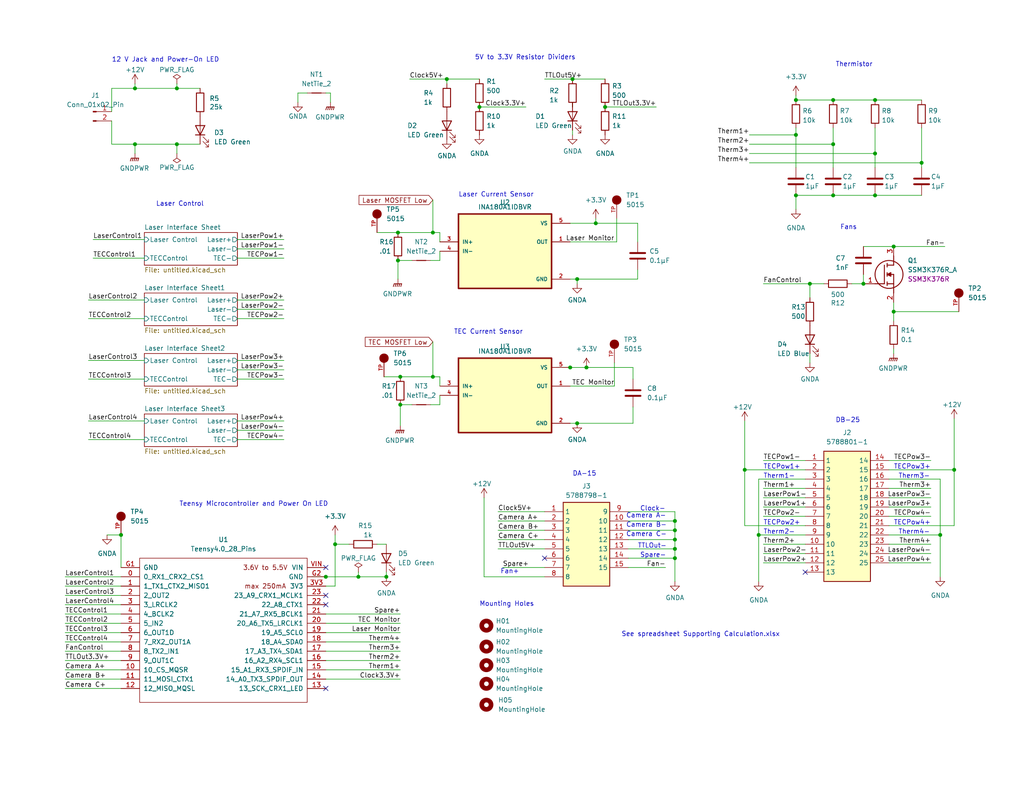
<source format=kicad_sch>
(kicad_sch (version 20230121) (generator eeschema)
  (paper "USLetter")
  (title_block (title "HSHS Interface Board v 0110C") (date "2024-02-29") (rev "NT-0110A") (company "Numentus Technologies"))
  (junction (at 260.35 128.27))
  (junction (at 203.2 128.27))
  (junction (at 109.22 110.49))
  (junction (at 184.15 147.32))
  (junction (at 217.17 36.83))
  (junction (at 227.33 39.37))
  (junction (at 165.1 29.21))
  (junction (at 238.76 41.91))
  (junction (at 238.76 53.34))
  (junction (at 157.48 76.2))
  (junction (at 155.575 100.33))
  (junction (at 217.17 53.34))
  (junction (at 33.02 146.05))
  (junction (at 36.83 24.13))
  (junction (at 207.01 146.05))
  (junction (at 217.17 27.305))
  (junction (at 91.44 148.59))
  (junction (at 36.83 39.37))
  (junction (at 118.11 63.5))
  (junction (at 108.585 63.5))
  (junction (at 157.48 115.57))
  (junction (at 184.15 142.24))
  (junction (at 88.9 157.48))
  (junction (at 251.46 44.45))
  (junction (at 109.22 102.87))
  (junction (at 162.56 60.96))
  (junction (at 118.11 102.87))
  (junction (at 184.15 149.86))
  (junction (at 220.98 77.47))
  (junction (at 48.26 39.37))
  (junction (at 184.15 152.4))
  (junction (at 121.92 21.59))
  (junction (at 235.585 77.47))
  (junction (at 97.79 157.48))
  (junction (at 108.585 71.12))
  (junction (at 160.02 100.33))
  (junction (at 105.41 157.48))
  (junction (at 227.33 53.34))
  (junction (at 256.54 146.05))
  (junction (at 238.76 27.305))
  (junction (at 130.81 29.21))
  (junction (at 156.21 21.59))
  (junction (at 184.15 144.78))
  (junction (at 243.84 85.09))
  (junction (at 227.33 27.305))
  (junction (at 48.26 24.13))
  (junction (at 243.84 67.31))
  (no_connect (at 88.9 162.56))
  (no_connect (at 88.9 187.96))
  (no_connect (at 148.59 152.4))
  (no_connect (at 219.71 156.21))
  (no_connect (at 88.9 165.1))
  (no_connect (at 88.9 154.94))
  (wire (pts (xy 109.22 102.87) (xy 118.11 102.87)))
  (wire (pts (xy 33.02 182.88) (xy 17.78 182.88)))
  (wire (pts (xy 64.77 100.965) (xy 77.47 100.965)))
  (wire (pts (xy 238.76 34.925) (xy 238.76 41.91)))
  (wire (pts (xy 36.83 39.37) (xy 36.83 41.91)))
  (wire (pts (xy 33.02 167.64) (xy 17.78 167.64)))
  (wire (pts (xy 64.77 84.455) (xy 77.47 84.455)))
  (wire (pts (xy 91.44 146.05) (xy 91.44 148.59)))
  (wire (pts (xy 48.26 24.13) (xy 54.61 24.13)))
  (wire (pts (xy 64.77 103.505) (xy 77.47 103.505)))
  (wire (pts (xy 251.46 44.45) (xy 251.46 45.72)))
  (wire (pts (xy 30.48 39.37) (xy 36.83 39.37)))
  (wire (pts (xy 208.28 77.47) (xy 220.98 77.47)))
  (wire (pts (xy 256.54 146.05) (xy 256.54 157.48)))
  (wire (pts (xy 260.35 128.27) (xy 260.35 143.51)))
  (wire (pts (xy 171.45 139.7) (xy 184.15 139.7)))
  (wire (pts (xy 204.47 36.83) (xy 217.17 36.83)))
  (wire (pts (xy 135.89 144.78) (xy 148.59 144.78)))
  (wire (pts (xy 33.02 157.48) (xy 17.78 157.48)))
  (wire (pts (xy 184.15 152.4) (xy 184.15 158.75)))
  (wire (pts (xy 121.92 21.59) (xy 130.81 21.59)))
  (wire (pts (xy 33.02 177.8) (xy 17.78 177.8)))
  (wire (pts (xy 64.77 67.945) (xy 77.47 67.945)))
  (wire (pts (xy 117.475 110.49) (xy 120.015 110.49)))
  (wire (pts (xy 135.89 147.32) (xy 148.59 147.32)))
  (wire (pts (xy 238.76 27.305) (xy 227.33 27.305)))
  (wire (pts (xy 91.44 160.02) (xy 91.44 148.59)))
  (wire (pts (xy 171.45 142.24) (xy 184.15 142.24)))
  (wire (pts (xy 64.77 65.405) (xy 77.47 65.405)))
  (wire (pts (xy 36.83 24.13) (xy 30.48 24.13)))
  (wire (pts (xy 232.41 77.47) (xy 235.585 77.47)))
  (wire (pts (xy 120.015 71.12) (xy 117.475 71.12)))
  (wire (pts (xy 242.57 153.67) (xy 254 153.67)))
  (wire (pts (xy 208.28 133.35) (xy 219.71 133.35)))
  (wire (pts (xy 120.015 66.04) (xy 120.015 63.5)))
  (wire (pts (xy 88.9 157.48) (xy 97.79 157.48)))
  (wire (pts (xy 135.89 139.7) (xy 148.59 139.7)))
  (wire (pts (xy 120.015 71.12) (xy 120.015 68.58)))
  (wire (pts (xy 105.41 156.21) (xy 105.41 157.48)))
  (wire (pts (xy 88.9 175.26) (xy 109.22 175.26)))
  (wire (pts (xy 33.02 162.56) (xy 17.78 162.56)))
  (wire (pts (xy 88.9 172.72) (xy 109.22 172.72)))
  (wire (pts (xy 88.9 180.34) (xy 109.22 180.34)))
  (wire (pts (xy 88.9 167.64) (xy 109.22 167.64)))
  (wire (pts (xy 155.575 76.2) (xy 157.48 76.2)))
  (wire (pts (xy 132.08 157.48) (xy 148.59 157.48)))
  (wire (pts (xy 235.585 77.47) (xy 236.22 77.47)))
  (wire (pts (xy 120.015 105.41) (xy 120.015 102.87)))
  (wire (pts (xy 157.48 76.2) (xy 157.48 77.47)))
  (wire (pts (xy 242.57 140.97) (xy 254 140.97)))
  (wire (pts (xy 184.15 144.78) (xy 184.15 147.32)))
  (wire (pts (xy 30.48 24.13) (xy 30.48 30.48)))
  (wire (pts (xy 36.83 39.37) (xy 48.26 39.37)))
  (wire (pts (xy 162.56 60.96) (xy 173.99 60.96)))
  (wire (pts (xy 81.28 25.4) (xy 81.28 27.94)))
  (wire (pts (xy 203.2 128.27) (xy 219.71 128.27)))
  (wire (pts (xy 242.57 138.43) (xy 254 138.43)))
  (wire (pts (xy 25.4 65.405) (xy 39.37 65.405)))
  (wire (pts (xy 243.84 95.25) (xy 243.84 96.52)))
  (wire (pts (xy 184.15 147.32) (xy 184.15 149.86)))
  (wire (pts (xy 172.72 100.33) (xy 172.72 103.505)))
  (wire (pts (xy 33.02 187.96) (xy 17.78 187.96)))
  (wire (pts (xy 227.33 53.34) (xy 217.17 53.34)))
  (wire (pts (xy 235.585 67.31) (xy 243.84 67.31)))
  (wire (pts (xy 242.57 133.35) (xy 254 133.35)))
  (wire (pts (xy 156.21 35.56) (xy 156.21 36.83)))
  (wire (pts (xy 135.89 142.24) (xy 148.59 142.24)))
  (wire (pts (xy 208.28 153.67) (xy 219.71 153.67)))
  (wire (pts (xy 171.45 152.4) (xy 184.15 152.4)))
  (wire (pts (xy 227.33 27.305) (xy 217.17 27.305)))
  (wire (pts (xy 157.48 76.2) (xy 173.99 76.2)))
  (wire (pts (xy 108.585 71.12) (xy 108.585 76.2)))
  (wire (pts (xy 251.46 27.305) (xy 238.76 27.305)))
  (wire (pts (xy 111.76 21.59) (xy 121.92 21.59)))
  (wire (pts (xy 207.01 130.81) (xy 219.71 130.81)))
  (wire (pts (xy 24.13 86.995) (xy 39.37 86.995)))
  (wire (pts (xy 24.13 98.425) (xy 39.37 98.425)))
  (wire (pts (xy 64.77 117.475) (xy 77.47 117.475)))
  (wire (pts (xy 156.21 29.21) (xy 156.21 27.94)))
  (wire (pts (xy 48.26 39.37) (xy 48.26 41.91)))
  (wire (pts (xy 243.84 67.31) (xy 257.81 67.31)))
  (wire (pts (xy 102.87 63.5) (xy 108.585 63.5)))
  (wire (pts (xy 120.015 110.49) (xy 120.015 107.95)))
  (wire (pts (xy 33.02 175.26) (xy 17.78 175.26)))
  (wire (pts (xy 85.09 157.48) (xy 88.9 157.48)))
  (wire (pts (xy 251.46 34.925) (xy 251.46 44.45)))
  (wire (pts (xy 36.83 22.86) (xy 36.83 24.13)))
  (wire (pts (xy 25.4 70.485) (xy 39.37 70.485)))
  (wire (pts (xy 33.02 165.1) (xy 17.78 165.1)))
  (wire (pts (xy 238.76 53.34) (xy 251.46 53.34)))
  (wire (pts (xy 207.01 146.05) (xy 219.71 146.05)))
  (wire (pts (xy 155.575 60.96) (xy 162.56 60.96)))
  (wire (pts (xy 24.13 81.915) (xy 39.37 81.915)))
  (wire (pts (xy 64.77 120.015) (xy 77.47 120.015)))
  (wire (pts (xy 204.47 41.91) (xy 238.76 41.91)))
  (wire (pts (xy 242.57 125.73) (xy 254 125.73)))
  (wire (pts (xy 227.33 39.37) (xy 204.47 39.37)))
  (wire (pts (xy 17.78 180.34) (xy 33.02 180.34)))
  (wire (pts (xy 48.26 39.37) (xy 54.61 39.37)))
  (wire (pts (xy 220.98 77.47) (xy 224.79 77.47)))
  (wire (pts (xy 155.575 105.41) (xy 167.64 105.41)))
  (wire (pts (xy 33.02 170.18) (xy 17.78 170.18)))
  (wire (pts (xy 208.28 151.13) (xy 219.71 151.13)))
  (wire (pts (xy 203.2 128.27) (xy 203.2 143.51)))
  (wire (pts (xy 208.28 125.73) (xy 219.71 125.73)))
  (wire (pts (xy 109.22 185.42) (xy 88.9 185.42)))
  (wire (pts (xy 97.79 157.48) (xy 105.41 157.48)))
  (wire (pts (xy 135.89 149.86) (xy 148.59 149.86)))
  (wire (pts (xy 118.11 93.345) (xy 118.11 102.87)))
  (wire (pts (xy 208.28 140.97) (xy 219.71 140.97)))
  (wire (pts (xy 184.15 149.86) (xy 184.15 152.4)))
  (wire (pts (xy 88.9 177.8) (xy 109.22 177.8)))
  (wire (pts (xy 235.585 74.93) (xy 235.585 77.47)))
  (wire (pts (xy 30.48 39.37) (xy 30.48 33.02)))
  (wire (pts (xy 217.17 26.035) (xy 217.17 27.305)))
  (wire (pts (xy 108.585 71.12) (xy 112.395 71.12)))
  (wire (pts (xy 220.98 96.52) (xy 220.98 99.06)))
  (wire (pts (xy 33.02 185.42) (xy 17.78 185.42)))
  (wire (pts (xy 24.13 120.015) (xy 39.37 120.015)))
  (wire (pts (xy 155.575 100.33) (xy 160.02 100.33)))
  (wire (pts (xy 121.92 21.59) (xy 121.92 22.86)))
  (wire (pts (xy 118.11 54.61) (xy 118.11 63.5)))
  (wire (pts (xy 171.45 154.94) (xy 181.61 154.94)))
  (wire (pts (xy 217.17 57.15) (xy 217.17 53.34)))
  (wire (pts (xy 242.57 135.89) (xy 254 135.89)))
  (wire (pts (xy 171.45 149.86) (xy 184.15 149.86)))
  (wire (pts (xy 242.57 128.27) (xy 260.35 128.27)))
  (wire (pts (xy 155.575 115.57) (xy 157.48 115.57)))
  (wire (pts (xy 88.9 25.4) (xy 90.17 25.4)))
  (wire (pts (xy 120.015 102.87) (xy 118.11 102.87)))
  (wire (pts (xy 64.77 70.485) (xy 77.47 70.485)))
  (wire (pts (xy 81.28 25.4) (xy 83.82 25.4)))
  (wire (pts (xy 33.02 160.02) (xy 17.78 160.02)))
  (wire (pts (xy 109.22 110.49) (xy 112.395 110.49)))
  (wire (pts (xy 132.08 135.89) (xy 132.08 157.48)))
  (wire (pts (xy 130.81 29.21) (xy 143.51 29.21)))
  (wire (pts (xy 260.35 114.3) (xy 260.35 128.27)))
  (wire (pts (xy 48.26 22.86) (xy 48.26 24.13)))
  (wire (pts (xy 242.57 130.81) (xy 256.54 130.81)))
  (wire (pts (xy 242.57 151.13) (xy 254 151.13)))
  (wire (pts (xy 204.47 44.45) (xy 251.46 44.45)))
  (wire (pts (xy 102.87 148.59) (xy 105.41 148.59)))
  (wire (pts (xy 208.28 148.59) (xy 219.71 148.59)))
  (wire (pts (xy 172.72 115.57) (xy 172.72 111.125)))
  (wire (pts (xy 184.15 139.7) (xy 184.15 142.24)))
  (wire (pts (xy 208.28 135.89) (xy 219.71 135.89)))
  (wire (pts (xy 33.02 172.72) (xy 17.78 172.72)))
  (wire (pts (xy 36.83 24.13) (xy 48.26 24.13)))
  (wire (pts (xy 109.22 116.205) (xy 109.22 110.49)))
  (wire (pts (xy 243.84 85.09) (xy 261.62 85.09)))
  (wire (pts (xy 151.765 100.33) (xy 155.575 100.33)))
  (wire (pts (xy 173.99 66.04) (xy 173.99 60.96)))
  (wire (pts (xy 238.76 45.72) (xy 238.76 41.91)))
  (wire (pts (xy 220.98 77.47) (xy 220.98 81.28)))
  (wire (pts (xy 243.84 85.09) (xy 243.84 87.63)))
  (wire (pts (xy 137.16 154.94) (xy 148.59 154.94)))
  (wire (pts (xy 88.9 170.18) (xy 109.22 170.18)))
  (wire (pts (xy 171.45 147.32) (xy 184.15 147.32)))
  (wire (pts (xy 104.775 102.87) (xy 109.22 102.87)))
  (wire (pts (xy 148.59 21.59) (xy 156.21 21.59)))
  (wire (pts (xy 238.76 53.34) (xy 227.33 53.34)))
  (wire (pts (xy 64.77 114.935) (xy 77.47 114.935)))
  (wire (pts (xy 203.2 114.935) (xy 203.2 128.27)))
  (wire (pts (xy 108.585 63.5) (xy 118.11 63.5)))
  (wire (pts (xy 97.79 156.21) (xy 97.79 157.48)))
  (wire (pts (xy 118.11 63.5) (xy 120.015 63.5)))
  (wire (pts (xy 242.57 143.51) (xy 260.35 143.51)))
  (wire (pts (xy 156.21 21.59) (xy 165.1 21.59)))
  (wire (pts (xy 155.575 66.04) (xy 168.275 66.04)))
  (wire (pts (xy 217.17 45.72) (xy 217.17 36.83)))
  (wire (pts (xy 208.28 138.43) (xy 219.71 138.43)))
  (wire (pts (xy 168.275 66.04) (xy 168.275 59.69)))
  (wire (pts (xy 64.77 86.995) (xy 77.47 86.995)))
  (wire (pts (xy 91.44 148.59) (xy 95.25 148.59)))
  (wire (pts (xy 33.02 146.05) (xy 33.02 154.94)))
  (wire (pts (xy 242.57 148.59) (xy 254 148.59)))
  (wire (pts (xy 64.77 81.915) (xy 77.47 81.915)))
  (wire (pts (xy 171.45 144.78) (xy 184.15 144.78)))
  (wire (pts (xy 157.48 115.57) (xy 172.72 115.57)))
  (wire (pts (xy 165.1 29.21) (xy 179.07 29.21)))
  (wire (pts (xy 227.33 34.925) (xy 227.33 39.37)))
  (wire (pts (xy 90.17 25.4) (xy 90.17 27.94)))
  (wire (pts (xy 29.21 146.05) (xy 33.02 146.05)))
  (wire (pts (xy 88.9 160.02) (xy 91.44 160.02)))
  (wire (pts (xy 173.99 76.2) (xy 173.99 73.66)))
  (wire (pts (xy 207.01 130.81) (xy 207.01 146.05)))
  (wire (pts (xy 24.13 103.505) (xy 39.37 103.505)))
  (wire (pts (xy 64.77 98.425) (xy 77.47 98.425)))
  (wire (pts (xy 184.15 142.24) (xy 184.15 144.78)))
  (wire (pts (xy 203.2 143.51) (xy 219.71 143.51)))
  (wire (pts (xy 167.64 105.41) (xy 167.64 99.06)))
  (wire (pts (xy 243.84 85.09) (xy 243.84 82.55)))
  (wire (pts (xy 160.02 100.33) (xy 172.72 100.33)))
  (wire (pts (xy 256.54 130.81) (xy 256.54 146.05)))
  (wire (pts (xy 24.13 114.935) (xy 39.37 114.935)))
  (wire (pts (xy 162.56 59.69) (xy 162.56 60.96)))
  (wire (pts (xy 227.33 45.72) (xy 227.33 39.37)))
  (wire (pts (xy 207.01 146.05) (xy 207.01 158.75)))
  (wire (pts (xy 217.17 34.925) (xy 217.17 36.83)))
  (wire (pts (xy 88.9 182.88) (xy 109.22 182.88)))
  (wire (pts (xy 242.57 146.05) (xy 256.54 146.05)))
  (text "Camera A-" (at 170.815 141.605 0) (effects (font (size 1.27 1.27)) (justify left bottom)))
  (text "Therm3-" (at 245.11 130.81 0) (effects (font (size 1.27 1.27)) (justify left bottom)))
  (text "DA-15" (at 156.21 130.175 0) (effects (font (size 1.27 1.27)) (justify left bottom)))
  (text "Spare-" (at 174.625 152.4 0) (effects (font (size 1.27 1.27)) (justify left bottom)))
  (text "Laser Current Sensor" (at 125.095 53.975 0) (effects (font (size 1.27 1.27)) (justify left bottom)))
  (text "See spreadsheet Supporting Calculation.xlsx" (at 169.545 173.99 0) (effects (font (size 1.27 1.27)) (justify left bottom)))
  (text "TEC Current Sensor" (at 123.825 91.44 0) (effects (font (size 1.27 1.27)) (justify left bottom)))
  (text "DB-25" (at 227.965 115.57 0) (effects (font (size 1.27 1.27)) (justify left bottom)))
  (text "TECPow1+" (at 208.28 128.27 0) (effects (font (size 1.27 1.27)) (justify left bottom)))
  (text "Therm1-" (at 208.28 130.81 0) (effects (font (size 1.27 1.27)) (justify left bottom)))
  (text "TTLOut-" (at 173.99 149.86 0) (effects (font (size 1.27 1.27)) (justify left bottom)))
  (text "Therm4-" (at 245.11 146.05 0) (effects (font (size 1.27 1.27)) (justify left bottom)))
  (text "TECPow2+" (at 208.28 143.51 0) (effects (font (size 1.27 1.27)) (justify left bottom)))
  (text "5V to 3.3V Resistor Dividers" (at 129.54 16.51 0) (effects (font (size 1.27 1.27)) (justify left bottom)))
  (text "Fan+" (at 136.525 156.845 0) (effects (font (size 1.27 1.27)) (justify left bottom)))
  (text "Camera B-" (at 170.815 144.145 0) (effects (font (size 1.27 1.27)) (justify left bottom)))
  (text "Thermistor" (at 227.965 18.415 0) (effects (font (size 1.27 1.27)) (justify left bottom)))
  (text "Fans" (at 229.235 62.865 0) (effects (font (size 1.27 1.27)) (justify left bottom)))
  (text "Laser Control" (at 42.545 56.515 0) (effects (font (size 1.27 1.27)) (justify left bottom)))
  (text "TECPow3+" (at 243.84 128.27 0) (effects (font (size 1.27 1.27)) (justify left bottom)))
  (text "Camera C-" (at 170.815 146.685 0) (effects (font (size 1.27 1.27)) (justify left bottom)))
  (text "Teensy Microcontroller and Power On LED" (at 48.895 138.43 0) (effects (font (size 1.27 1.27)) (justify left bottom)))
  (text "12 V Jack and Power-On LED" (at 30.48 17.145 0) (effects (font (size 1.27 1.27)) (justify left bottom)))
  (text "Therm2-" (at 208.28 146.05 0) (effects (font (size 1.27 1.27)) (justify left bottom)))
  (text "Mounting Holes" (at 130.81 165.735 0) (effects (font (size 1.27 1.27)) (justify left bottom)))
  (text "TECPow4+" (at 243.84 143.51 0) (effects (font (size 1.27 1.27)) (justify left bottom)))
  (text "Clock-" (at 174.625 139.7 0) (effects (font (size 1.27 1.27)) (justify left bottom)))
  (label "LaserControl3" (at 24.13 98.425 0))
  (label "LaserControl1" (at 17.78 157.48 0))
  (label "LaserPow1+" (at 208.28 138.43 0))
  (label "LaserPow1-" (at 208.28 135.89 0))
  (label "TEC Monitor" (at 167.64 105.41 180))
  (label "LaserControl1" (at 25.4 65.405 0))
  (label "Therm1+" (at 204.47 36.83 180))
  (label "LaserPow3+" (at 254 138.43 180))
  (label "Therm2+" (at 204.47 39.37 180))
  (label "LaserPow3-" (at 254 135.89 180))
  (label "FanControl" (at 17.78 177.8 0))
  (label "TECControl2" (at 24.13 86.995 0))
  (label "LaserControl2" (at 24.13 81.915 0))
  (label "TECPow4-" (at 77.47 120.015 180))
  (label "Therm4+" (at 109.22 175.26 180))
  (label "TTLOut5V+" (at 148.59 21.59 0))
  (label "TTLOut3.3V+" (at 179.07 29.21 180))
  (label "TECControl3" (at 24.13 103.505 0))
  (label "TECPow4-" (at 254 140.97 180))
  (label "Camera B+" (at 135.89 144.78 0))
  (label "Therm2+" (at 109.22 180.34 180))
  (label "Camera A+" (at 17.78 182.88 0))
  (label "Clock5V+" (at 111.76 21.59 0))
  (label "TECPow1-" (at 77.47 70.485 180))
  (label "LaserPow2+" (at 208.28 153.67 0))
  (label "LaserControl4" (at 24.13 114.935 0))
  (label "TECPow2-" (at 77.47 86.995 180))
  (label "LaserPow4+" (at 77.47 114.935 180))
  (label "LaserPow2-" (at 208.28 151.13 0))
  (label "TTLOut3.3V+" (at 17.78 180.34 0))
  (label "TTLOut5V+" (at 135.89 149.86 0))
  (label "Laser Monitor" (at 167.64 66.04 180))
  (label "TECPow2-" (at 208.28 140.97 0))
  (label "LaserPow4-" (at 77.47 117.475 180))
  (label "LaserPow2-" (at 77.47 84.455 180))
  (label "TECControl2" (at 17.78 170.18 0))
  (label "LaserPow3+" (at 77.47 98.425 180))
  (label "Therm3+" (at 254 133.35 180))
  (label "LaserPow3-" (at 77.47 100.965 180))
  (label "TECControl1" (at 17.78 167.64 0))
  (label "Camera C+" (at 135.89 147.32 0))
  (label "Therm3+" (at 109.22 177.8 180))
  (label "Therm4+" (at 204.47 44.45 180))
  (label "LaserControl3" (at 17.78 162.56 0))
  (label "Spare+" (at 109.22 167.64 180))
  (label "FanControl" (at 208.28 77.47 0))
  (label "Therm1+" (at 208.28 133.35 0))
  (label "TECControl3" (at 17.78 172.72 0))
  (label "Fan-" (at 181.61 154.94 180))
  (label "LaserPow2+" (at 77.47 81.915 180))
  (label "LaserControl4" (at 17.78 165.1 0))
  (label "Therm4+" (at 254 148.59 180))
  (label "Clock3.3V+" (at 143.51 29.21 180))
  (label "Therm1+" (at 109.22 182.88 180))
  (label "Camera C+" (at 17.78 187.96 0))
  (label "TECControl4" (at 24.13 120.015 0))
  (label "Camera A+" (at 135.89 142.24 0))
  (label "Clock3.3V+" (at 109.22 185.42 180))
  (label "LaserPow1-" (at 77.47 67.945 180))
  (label "Clock5V+" (at 135.89 139.7 0))
  (label "TECPow1-" (at 208.28 125.73 0))
  (label "LaserPow1+" (at 77.47 65.405 180))
  (label "LaserPow4-" (at 254 151.13 180))
  (label "Camera B+" (at 17.78 185.42 0))
  (label "Fan-" (at 257.81 67.31 180))
  (label "TECPow3-" (at 254 125.73 180))
  (label "Spare+" (at 137.16 154.94 0))
  (label "LaserControl2" (at 17.78 160.02 0))
  (label "Therm3+" (at 204.47 41.91 180))
  (label "Laser Monitor" (at 109.22 172.72 180))
  (label "TECControl1" (at 25.4 70.485 0))
  (label "TECControl4" (at 17.78 175.26 0))
  (label "TECPow3-" (at 77.47 103.505 180))
  (label "LaserPow4+" (at 254 153.67 180))
  (label "TEC Monitor" (at 109.22 170.18 180))
  (label "Therm2+" (at 208.28 148.59 0))
  (global_label "Laser MOSFET Low" (shape input) (at 118.11 54.61 180) (property "Intersheetrefs" "${INTERSHEET_REFS}" (effects hide)))
  (global_label "TEC MOSFET Low" (shape input) (at 118.11 93.345 180) (property "Intersheetrefs" "${INTERSHEET_REFS}" (effects hide)))
  (symbol (lib_id "Device:R") (at 130.81 25.4 0) (unit 1)
    (property "Reference" "R1" (at 132.715 22.225 0) (effects (justify left)))
    (property "Value" "500" (at 132.715 24.765 0) (effects (justify left)))
    (property "Footprint" "Global_Footprint_Library:R_0603_1608Metric_Small_Font" (effects hide))
    (property "Digikey_Price/Stock" "https://www.digikey.com/en/products/detail/stackpole-electronics-inc/RMCF0603FT10K0/1761235" (effects hide))
    (property "DESCRIPTION" "RES 499 OHM 1% 1/10W 0603" (effects hide))
    (property "Digikey_Part_Number" "13-RC0603FR-10499RLCT-ND" (effects hide))
    (property "Manufacturer Part Number" "RC0603FR-10499RL" (effects hide))
    (property "PRICE" "0.0112" (effects hide))
  )
  (symbol (lib_id "Device:C") (at 217.17 49.53 0) (unit 1)
    (property "Reference" "C1" (at 219.71 48.26 0) (effects (justify left)))
    (property "Value" "1µF" (at 219.71 50.8 0) (effects (justify left)))
    (property "Footprint" "Global_Footprint_Library:C_0603_1608Metric_Small_Font" (effects hide))
    (property "Description" "CAP CER 1UF 25V X5R 0603" (effects hide))
    (property "Digikey_Part_Number" "1276-1102-1-ND" (effects hide))
    (property "Digikey_Price/Stock" "https://www.digikey.com/en/products/detail/samsung-electro-mechanics/CL10A105KA8NNNC/3886760" (effects hide))
    (property "Manufacturer_Name" "Samsung Electro-Mechanics" (effects hide))
    (property "Manufacturer_Part_Number" "CL10A105KA8NNNC" (effects hide))
    (property "Price Unit 1" ".1" (effects hide))
    (property "DESCRIPTION" "CAP CER 1UF 25V X5R 0603" (effects hide))
    (property "Manufacturer Part Number" "CL10A105KA8NNNC" (effects hide))
    (property "PRICE" "0.017" (effects hide))
  )
  (symbol (lib_id "power:+12V") (at 36.83 22.86 0) (unit 1)
    (property "Reference" "#PWR01" (effects hide))
    (property "Value" "+12V" (at 36.83 19.05 0))
  )
  (symbol (lib_id "Device:R") (at 99.06 148.59 90) (unit 1)
    (property "Reference" "R15" (at 101.6 143.5131 90) (effects (justify left)))
    (property "Value" "1k" (at 101.6 146.05 90) (effects (justify left)))
    (property "Footprint" "Global_Footprint_Library:R_0603_1608Metric_Small_Font" (effects hide))
    (property "Description" "RES 499 OHM 1% 1/10W 0603" (effects hide))
    (property "Digikey_Part_Number" "13-RC0603FR-10499RLCT-ND" (effects hide))
    (property "Digikey_Price/Stock" "https://www.digikey.com/en/products/detail/yageo/RC0603FR-10499RL/14008359" (effects hide))
    (property "Manufacturer_Name" "Yageo" (effects hide))
    (property "Manufacturer_Part_Number" "RC0603FR-10499RL" (effects hide))
    (property "Price Unit 1" ".1" (effects hide))
    (property "DESCRIPTION" "RES 499 OHM 1% 1/10W 0603" (effects hide))
    (property "Manufacturer Part Number" "RC0603FR-10499RL" (effects hide))
    (property "PRICE" "0.0112" (effects hide))
  )
  (symbol (lib_id "power:GNDA") (at 207.01 158.75 0) (unit 1)
    (property "Reference" "#PWR025" (effects hide))
    (property "Value" "GNDA" (at 207.01 163.83 0))
  )
  (symbol (lib_id "Device:R") (at 217.17 31.115 0) (unit 1)
    (property "Reference" "R6" (at 218.948 30.2803 0) (effects (justify left)))
    (property "Value" "10k" (at 218.948 32.8172 0) (effects (justify left)))
    (property "Footprint" "Global_Footprint_Library:R_0603_1608Metric_Small_Font" (effects hide))
    (property "Description" "RES SMD 10K OHM 0.1% 1/10W 0603" (effects hide))
    (property "Digikey_Part_Number" "YAG1236TR-ND" (effects hide))
    (property "Digikey_Price/Stock" "https://www.digikey.com/en/products/detail/yageo/RT0603BRD0710KL/1072198" (effects hide))
    (property "Manufacturer_Name" "YAGEO" (effects hide))
    (property "Manufacturer_Part_Number" "RT0603BRD0710KL" (effects hide))
    (property "Price Unit 1" ".1" (effects hide))
    (property "DESCRIPTION" "RES SMD 10K OHM 0.1% 1/10W 0603" (effects hide))
    (property "Manufacturer Part Number" "RT0603BRD0710KL" (effects hide))
    (property "PRICE" "0.14" (effects hide))
  )
  (symbol (lib_id "Global_Symbol_Library:SSM3K376R_A") (at 236.22 77.47 0) (unit 1)
    (property "Reference" "Q1" (at 247.65 71.12 0) (effects (justify left)))
    (property "Value" "SSM3K376R_A" (at 247.65 73.66 0) (effects (justify left)))
    (property "Footprint" "Global_Footprint_Library:SSM3K376R_Mod_A" (effects hide))
    (property "Datasheet" "https://toshiba.semicon-storage.com/info/SSM3K376R_datasheet_en_20210528.pdf?did=60463&prodName=SSM3K376R" (effects hide))
    (property "Value_1" "SSM3K376R" (at 247.65 76.2 0) (effects (justify left)))
    (property "Footprint_1" "SOTFL95P240X88-3N" (effects hide))
    (property "Datasheet_1" "https://toshiba.semicon-storage.com/info/docget.jsp?did=60463&prodName=SSM3K376R" (effects hide))
    (property "Height" ".8" (effects hide))
    (property "Manufacturer_Name" "Toshiba Semiconductor and Storage" (effects hide))
    (property "Manufacturer_Part_Number" "SSM3K376R,LF" (effects hide))
    (property "Description" "MOSFET N-CH 30V 4A SOT23F" (effects hide))
    (property "Digikey_Part_Number" "SSM3K376RLFTR-ND" (effects hide))
    (property "Digikey_Price/Stock" "https://www.digikey.com/en/products/detail/toshiba-semiconductor-and-storage/SSM3K376R-LF/9472331" (effects hide))
    (property "Price Unit 1" ".43" (effects hide))
    (property "Vendor Web Page" "https://toshiba.semicon-storage.com/us/semiconductor/product/mosfets/detail.SSM3K376R.html" (effects hide))
    (property "DESCRIPTION" "MOSFET N-CH 30V 4A SOT23F" (effects hide))
    (property "Manufacturer Part Number" "SSM3K376R,LF" (effects hide))
    (property "PRICE" "0.289" (effects hide))
  )
  (symbol (lib_id "Mechanical:MountingHole") (at 132.715 192.405 0) (unit 1)
    (property "Reference" "H05" (at 135.89 191.135 0) (effects (justify left)))
    (property "Value" "MountingHole" (at 135.89 193.675 0) (effects (justify left)))
    (property "Footprint" "Global_Footprint_Library:MountingHole_3.5mm_ZeroCourtyard" (effects hide))
  )
  (symbol (lib_id "power:+12V") (at 132.08 135.89 0) (unit 1)
    (property "Reference" "#PWR019" (effects hide))
    (property "Value" "+12V" (at 131.445 132.08 0))
  )
  (symbol (lib_id "Mechanical:MountingHole") (at 132.715 176.53 0) (unit 1)
    (property "Reference" "H02" (at 135.255 175.26 0) (effects (justify left)))
    (property "Value" "MountingHole" (at 135.255 177.8 0) (effects (justify left)))
    (property "Footprint" "MountingHole:MountingHole_3.5mm" (effects hide))
  )
  (symbol (lib_id "Device:R") (at 130.81 33.02 0) (unit 1)
    (property "Reference" "R10" (at 132.715 31.75 0) (effects (justify left)))
    (property "Value" "1k" (at 132.715 34.29 0) (effects (justify left)))
    (property "Footprint" "Global_Footprint_Library:R_0603_1608Metric_Small_Font" (effects hide))
    (property "Digikey_Price/Stock" " https://www.digikey.com/en/products/detail/panasonic-electronic-components/ERJ-3EKF2002V/196202" (effects hide))
    (property "DESCRIPTION" "RES 1K OHM 1% 1/10W 0603" (effects hide))
    (property "Digikey_Part_Number" "311-1.00KHRCT-ND" (effects hide))
    (property "Manufacturer Part Number" "RC0603FR-071KL" (effects hide))
    (property "PRICE" "0.0112" (effects hide))
  )
  (symbol (lib_id "Device:R") (at 109.22 106.68 0) (unit 1)
    (property "Reference" "R17" (at 104.14 105.41 0) (effects (justify left)))
    (property "Value" ".01" (at 104.14 107.95 0) (effects (justify left)))
    (property "Footprint" "Resistor_SMD:R_0805_2012Metric" (effects hide))
    (property "DESCRIPTION" "RES 0.01 OHM 1% 1/2W 0805" (effects hide))
    (property "Description" "RES 0.01 OHM 1% 1/2W 0805" (effects hide))
    (property "Digikey_Part_Number" "13-PE0805FRE470R01ZTR-ND" (effects hide))
    (property "Digikey_Price/Stock" "https://www.digikey.com/en/products/detail/yageo/PE0805FRE470R01Z/17016381" (effects hide))
    (property "Manufacturer Part Number" "PE0805FRE470R01Z" (effects hide))
    (property "Manufacturer_Name" "YAGEO" (effects hide))
    (property "Manufacturer_Part_Number" "PE0805FRE470R01Z" (effects hide))
    (property "PRICE" "0.41" (effects hide))
  )
  (symbol (lib_id "Device:R") (at 165.1 25.4 0) (unit 1)
    (property "Reference" "R3" (at 167.005 23.495 0) (effects (justify left)))
    (property "Value" "500" (at 167.005 26.035 0) (effects (justify left)))
    (property "Footprint" "Global_Footprint_Library:R_0603_1608Metric_Small_Font" (effects hide))
    (property "Digikey_Price/Stock" "https://www.digikey.com/en/products/detail/stackpole-electronics-inc/RMCF0603FT10K0/1761235" (effects hide))
    (property "DESCRIPTION" "RES 499 OHM 1% 1/10W 0603" (effects hide))
    (property "Digikey_Part_Number" "13-RC0603FR-10499RLCT-ND" (effects hide))
    (property "Manufacturer Part Number" "RC0603FR-10499RL" (effects hide))
    (property "PRICE" "0.0112" (effects hide))
  )
  (symbol (lib_id "Device:NetTie_2") (at 114.935 110.49 0) (unit 1) (in_bom no)
    (property "Reference" "NT3" (at 114.935 105.41 0))
    (property "Value" "NetTie_2" (at 114.935 107.95 0))
    (property "Footprint" "Global_Footprint_Library:NetTie-2_SMD_Pad0.25mm" (effects hide))
  )
  (symbol (lib_id "Device:R") (at 228.6 77.47 90) (unit 1)
    (property "Reference" "R12" (at 228.6 82.7278 90))
    (property "Value" "500" (at 228.6 80.4164 90))
    (property "Footprint" "Global_Footprint_Library:R_0603_1608Metric_Small_Font" (effects hide))
    (property "Manufacturer Part Number" "RMCF0603FT10K0" (effects hide))
    (property "Price Unit 1" ".1" (effects hide))
    (property "Description" "RES 499 OHM 1% 1/10W 0603" (effects hide))
    (property "Digikey_Part_Number" "RMCF0603FT10K0CT-ND" (effects hide))
    (property "Digikey_Price/Stock" "https://www.digikey.com/en/products/detail/yageo/RC0603FR-10499RL/14008359" (effects hide))
    (property "Manufacturer_Name" "Yageo" (effects hide))
    (property "Manufacturer_Part_Number" "RC0603FR-10499RL" (effects hide))
    (property "DESCRIPTION" "RES 10K OHM 1% 1/10W 0603" (effects hide))
    (property "PRICE" "0.0075" (effects hide))
  )
  (symbol (lib_id "power:GNDPWR") (at 109.22 116.205 0) (unit 1)
    (property "Reference" "#PWR026" (effects hide))
    (property "Value" "GNDPWR" (at 109.093 120.242 0))
  )
  (symbol (lib_id "Global_Symbol_Library:INA180A1IDBVR") (at 137.795 107.95 0) (unit 1)
    (property "Reference" "U3" (at 137.795 94.615 0))
    (property "Value" "INA180A1IDBVR" (at 137.795 95.885 0))
    (property "Footprint" "Global_Footprint_Library:SOT95P280X145-5N-SilkPinOneMod" (effects hide))
    (property "Datasheet" "https://www.ti.com/general/docs/suppproductinfo.tsp?distId=10&gotoUrl=https%3A%2F%2Fwww.ti.com%2Flit%2Fgpn%2Fina180" (effects hide))
    (property "DESCRIPTION" "IC CURR SENSE 1 CIRCUIT SOT23-5" (effects hide))
    (property "Digikey_Part_Number" "296-47652-2-ND" (effects hide))
    (property "Digikey_Price/Stock" "https://www.digikey.com/en/products/detail/texas-instruments/INA180A1IDBVR/8132986?s=N4IgTCBcDaIJIDkCCBGAHABlXAIgIQDUAlEAXQF8g" (effects hide))
    (property "Manufacturer Part Number" "INA180A1IDBVR" (effects hide))
    (property "Manufacturer_Name" "Texas Instruments" (effects hide))
    (property "PRICE" "0.60" (effects hide))
  )
  (symbol (lib_id "power:GNDA") (at 157.48 115.57 0) (unit 1)
    (property "Reference" "#PWR018" (effects hide))
    (property "Value" "GNDA" (at 157.48 120.0134 0))
  )
  (symbol (lib_id "power:GNDPWR") (at 90.17 27.94 0) (unit 1)
    (property "Reference" "#PWR04" (effects hide))
    (property "Value" "GNDPWR" (at 90.043 31.977 0))
  )
  (symbol (lib_id "Device:C") (at 173.99 69.85 0) (unit 1)
    (property "Reference" "C5" (at 177.165 68.5831 0) (effects (justify left)))
    (property "Value" "0.1µF" (at 177.165 71.12 0) (effects (justify left)))
    (property "Footprint" "Global_Footprint_Library:C_0603_1608Metric_Small_Font" (effects hide))
    (property "Datasheet" "https://datasheets.kyocera-avx.com/X7RDielectric.pdf" (effects hide))
    (property "Description" "CAP CER 0.1UF 50V X7R 0603" (effects hide))
    (property "Digikey_Part_Number" "478-10346-2-ND" (effects hide))
    (property "Digikey_Price/Stock" "https://www.digikey.com/en/products/detail/kyocera-avx/06035C104KAT4A/1600047" (effects hide))
    (property "Manufacturer_Name" "KYOCERA AVX" (effects hide))
    (property "Manufacturer_Part_Number" "06035C104KAT4A" (effects hide))
  )
  (symbol (lib_id "Device:R") (at 108.585 67.31 0) (unit 1)
    (property "Reference" "R16" (at 103.505 66.04 0) (effects (justify left)))
    (property "Value" ".01" (at 103.505 68.58 0) (effects (justify left)))
    (property "Footprint" "Resistor_SMD:R_0805_2012Metric" (effects hide))
    (property "DESCRIPTION" "RES 0.01 OHM 1% 1/2W 0805" (effects hide))
    (property "Description" "RES 0.01 OHM 1% 1/2W 0805" (effects hide))
    (property "Digikey_Part_Number" "13-PE0805FRE470R01ZTR-ND" (effects hide))
    (property "Digikey_Price/Stock" "https://www.digikey.com/en/products/detail/yageo/PE0805FRE470R01Z/17016381" (effects hide))
    (property "Manufacturer Part Number" "PE0805FRE470R01Z" (effects hide))
    (property "Manufacturer_Name" "YAGEO" (effects hide))
    (property "Manufacturer_Part_Number" "PE0805FRE470R01Z" (effects hide))
    (property "PRICE" "0.41" (effects hide))
  )
  (symbol (lib_id "power:GNDA") (at 156.21 36.83 0) (unit 1)
    (property "Reference" "#PWR05" (effects hide))
    (property "Value" "GNDA" (at 156.21 41.2734 0))
  )
  (symbol (lib_id "Global_Symbol_Library:INA180A1IDBVR") (at 137.795 68.58 0) (unit 1)
    (property "Reference" "U2" (at 137.795 55.245 0))
    (property "Value" "INA180A1IDBVR" (at 137.795 56.515 0))
    (property "Footprint" "Global_Footprint_Library:SOT95P280X145-5N-SilkPinOneMod" (effects hide))
    (property "Datasheet" "https://www.ti.com/general/docs/suppproductinfo.tsp?distId=10&gotoUrl=https%3A%2F%2Fwww.ti.com%2Flit%2Fgpn%2Fina180" (effects hide))
    (property "DESCRIPTION" "IC CURR SENSE 1 CIRCUIT SOT23-5" (effects hide))
    (property "Digikey_Part_Number" "296-47652-2-ND" (effects hide))
    (property "Digikey_Price/Stock" "https://www.digikey.com/en/products/detail/texas-instruments/INA180A1IDBVR/8132986?s=N4IgTCBcDaIJIDkCCBGAHABlXAIgIQDUAlEAXQF8g" (effects hide))
    (property "Manufacturer Part Number" "INA180A1IDBVR" (effects hide))
    (property "Manufacturer_Name" "Texas Instruments" (effects hide))
    (property "PRICE" "0.60" (effects hide))
  )
  (symbol (lib_id "power:PWR_FLAG") (at 48.26 41.91 0) (mirror x) (unit 1)
    (property "Reference" "#FLG02" (effects hide))
    (property "Value" "PWR_FLAG" (at 48.26 45.72 0))
  )
  (symbol (lib_id "Mechanical:MountingHole") (at 132.715 170.815 0) (unit 1)
    (property "Reference" "H01" (at 135.255 169.545 0) (effects (justify left)))
    (property "Value" "MountingHole" (at 135.255 172.085 0) (effects (justify left)))
    (property "Footprint" "MountingHole:MountingHole_3.5mm" (effects hide))
  )
  (symbol (lib_id "Global_Symbol_Library:5788801-1") (at 219.71 125.73 0) (unit 1)
    (property "Reference" "J2" (at 231.14 118.11 0))
    (property "Value" "5788801-1" (at 231.14 120.65 0))
    (property "Footprint" "Global_Footprint_Library:57888011_A" (effects hide))
    (property "Datasheet" "https://www.te.com/commerce/DocumentDelivery/DDEController?Action=showdoc&DocId=Customer+Drawing%7F5788801%7FO%7Fpdf%7FEnglish%7FENG_CD_5788801_O.pdf%7F5788801-1" (effects hide))
    (property "Height" "12.93" (effects hide))
    (property "Manufacturer_Name" "TE Connectivity" (effects hide))
    (property "Manufacturer_Part_Number" "5788801-1" (effects hide))
    (property "Mouser Part Number" "571-5788801-1" (effects hide))
    (property "Mouser Price/Stock" "https://www.mouser.co.uk/ProductDetail/TE-Connectivity-AMP/5788801-1?qs=PmjM%2FwY1RToSHOZP%252ByStZg%3D%3D" (effects hide))
    (property "Arrow Part Number" "5788801-1" (effects hide))
    (property "Arrow Price/Stock" "https://www.arrow.com/en/products/5788801-1/te-connectivity?region=nac" (effects hide))
    (property "DESCRIPTION" "CONN D-SUB RCPT 25POS R/A SLDR" (effects hide))
    (property "Digikey_Part_Number" "A35139-ND" (effects hide))
    (property "Manufacturer Part Number" "5788801-1" (effects hide))
    (property "PRICE" "8.04" (effects hide))
  )
  (symbol (lib_id "power:GNDPWR") (at 243.84 96.52 0) (unit 1)
    (property "Reference" "#PWR015" (effects hide))
    (property "Value" "GNDPWR" (at 243.713 100.557 0))
  )
  (symbol (lib_id "power:GNDPWR") (at 108.585 76.2 0) (unit 1)
    (property "Reference" "#PWR012" (effects hide))
    (property "Value" "GNDPWR" (at 108.458 80.237 0))
  )
  (symbol (lib_id "Device:R") (at 251.46 31.115 0) (unit 1)
    (property "Reference" "R9" (at 253.238 30.2803 0) (effects (justify left)))
    (property "Value" "10k" (at 253.238 32.8172 0) (effects (justify left)))
    (property "Footprint" "Global_Footprint_Library:R_0603_1608Metric_Small_Font" (effects hide))
    (property "Description" "RES SMD 10K OHM 0.1% 1/10W 0603" (effects hide))
    (property "Digikey_Part_Number" "YAG1236TR-ND" (effects hide))
    (property "Digikey_Price/Stock" "https://www.digikey.com/en/products/detail/yageo/RT0603BRD0710KL/1072198" (effects hide))
    (property "Manufacturer_Name" "YAGEO" (effects hide))
    (property "Manufacturer_Part_Number" "RT0603BRD0710KL" (effects hide))
    (property "Price Unit 1" ".1" (effects hide))
    (property "DESCRIPTION" "RES SMD 10K OHM 0.1% 1/10W 0603" (effects hide))
    (property "Manufacturer Part Number" "RT0603BRD0710KL" (effects hide))
    (property "PRICE" "0.14" (effects hide))
  )
  (symbol (lib_id "Device:R") (at 227.33 31.115 0) (unit 1)
    (property "Reference" "R7" (at 229.108 30.2803 0) (effects (justify left)))
    (property "Value" "10k" (at 229.108 32.8172 0) (effects (justify left)))
    (property "Footprint" "Global_Footprint_Library:R_0603_1608Metric_Small_Font" (effects hide))
    (property "Description" "RES SMD 10K OHM 0.1% 1/10W 0603" (effects hide))
    (property "Digikey_Part_Number" "YAG1236TR-ND" (effects hide))
    (property "Digikey_Price/Stock" "https://www.digikey.com/en/products/detail/yageo/RT0603BRD0710KL/1072198" (effects hide))
    (property "Manufacturer_Name" "YAGEO" (effects hide))
    (property "Manufacturer_Part_Number" "RT0603BRD0710KL" (effects hide))
    (property "Price Unit 1" ".1" (effects hide))
    (property "DESCRIPTION" "RES SMD 10K OHM 0.1% 1/10W 0603" (effects hide))
    (property "Manufacturer Part Number" "RT0603BRD0710KL" (effects hide))
    (property "PRICE" "0.14" (effects hide))
  )
  (symbol (lib_id "power:+3.3V") (at 162.56 59.69 0) (unit 1)
    (property "Reference" "#PWR011" (effects hide))
    (property "Value" "+3.3V" (at 162.56 54.61 0))
  )
  (symbol (lib_id "Device:LED") (at 121.92 34.29 90) (unit 1)
    (property "Reference" "D2" (at 111.125 34.2931 90) (effects (justify right)))
    (property "Value" "LED Green" (at 111.125 36.83 90) (effects (justify right)))
    (property "Footprint" "Global_Footprint_Library:AA1608 Generic Kingbrite LED" (effects hide))
    (property "Datasheet" "https://www.kingbrightusa.com/images/catalog/SPEC/AA1608ZGSK-10MAV.pdf" (effects hide))
    (property "Description" "1.6X0.8MM BLUE SMD LED" (effects hide))
    (property "Digikey_Part_Number" "754-AA1608ZGSK-10MAVCT-ND" (effects hide))
    (property "Digikey_Price/Stock" "https://www.digikey.com/en/products/detail/kingbright/AA1608QBS-D-10MAV/13997416?s=N4IgTCBcDaIOwFYAsBaAgmgjANgAwA4BFAIQGUB6AERU1wFk0A1AYQBUUA5SkAXQF8gA" (effects hide))
    (property "Manufacturer_Name" "Kingbright" (effects hide))
    (property "Manufacturer_Part_Number" "AA1608QBS/D-10MAV" (effects hide))
    (property "Price Unit 1" "0.51" (effects hide))
    (property "DESCRIPTION" "LED GREEN CLEAR 0603 SMD" (effects hide))
    (property "Manufacturer Part Number" "AA1608ZGSK-10MAV" (effects hide))
    (property "PRICE" "0.332" (effects hide))
  )
  (symbol (lib_id "power:GNDA") (at 121.92 38.1 0) (unit 1)
    (property "Reference" "#PWR08" (effects hide))
    (property "Value" "GNDA" (at 121.92 42.5434 0))
  )
  (symbol (lib_id "Device:LED") (at 54.61 35.56 90) (unit 1)
    (property "Reference" "D3" (at 58.42 36.1981 90) (effects (justify right)))
    (property "Value" "LED Green" (at 58.42 38.735 90) (effects (justify right)))
    (property "Footprint" "Global_Footprint_Library:AA1608 Generic Kingbrite LED" (effects hide))
    (property "Datasheet" "https://www.kingbrightusa.com/images/catalog/SPEC/AA1608ZGSK-10MAV.pdf" (effects hide))
    (property "Description" "1.6X0.8MM BLUE SMD LED" (effects hide))
    (property "Digikey_Part_Number" "754-AA1608ZGSK-10MAVCT-ND" (effects hide))
    (property "Digikey_Price/Stock" "https://www.digikey.com/en/products/detail/kingbright/AA1608QBS-D-10MAV/13997416?s=N4IgTCBcDaIOwFYAsBaAgmgjANgAwA4BFAIQGUB6AERU1wFk0A1AYQBUUA5SkAXQF8gA" (effects hide))
    (property "Manufacturer_Name" "Kingbright" (effects hide))
    (property "Manufacturer_Part_Number" "AA1608QBS/D-10MAV" (effects hide))
    (property "Price Unit 1" "0.51" (effects hide))
    (property "DESCRIPTION" "LED GREEN CLEAR 0603 SMD" (effects hide))
    (property "Manufacturer Part Number" "AA1608ZGSK-10MAV" (effects hide))
    (property "PRICE" "0.332" (effects hide))
  )
  (symbol (lib_id "Device:R") (at 165.1 33.02 0) (unit 1)
    (property "Reference" "R11" (at 167.005 31.75 0) (effects (justify left)))
    (property "Value" "1k" (at 167.005 34.29 0) (effects (justify left)))
    (property "Footprint" "Global_Footprint_Library:R_0603_1608Metric_Small_Font" (effects hide))
    (property "Digikey_Price/Stock" " https://www.digikey.com/en/products/detail/panasonic-electronic-components/ERJ-3EKF2002V/196202" (effects hide))
    (property "DESCRIPTION" "RES 1K OHM 1% 1/10W 0603" (effects hide))
    (property "Digikey_Part_Number" "311-1.00KHRCT-ND" (effects hide))
    (property "Manufacturer Part Number" "RC0603FR-071KL" (effects hide))
    (property "PRICE" "0.0112" (effects hide))
  )
  (symbol (lib_id "Global_Symbol_Library:5015") (at 104.775 97.79 90) (unit 1)
    (property "Reference" "TP6" (at 107.315 96.52 90) (effects (justify right)))
    (property "Value" "5015" (at 107.315 99.06 90) (effects (justify right)))
    (property "Footprint" "Global_Footprint_Library:KEYSTONE_5015" (effects hide))
    (property "Datasheet" "https://www.keyelco.com/userAssets/file/M65p55.pdf" (effects hide))
    (property "MF" "Keystone Electronics" (effects hide))
    (property "DESCRIPTION" "SMT Test Point- Micro Miniature-1000 pc Reels" (effects hide))
    (property "PACKAGE" "None" (effects hide))
    (property "PRICE" "0.3684" (effects hide))
    (property "MP" "5015" (effects hide))
    (property "AVAILABILITY" "In Stock" (effects hide))
    (property "PURCHASE-URL" "https://pricing.snapeda.com/search/part/5015/?ref=eda" (effects hide))
    (property "Digikey_Part_Number" "36-5015CT-ND" (effects hide))
    (property "Manufacturer Part Number" "5015" (effects hide))
    (property "Manufacturer_Name" "Keystone Electronics" (effects hide))
  )
  (symbol (lib_id "Device:R") (at 121.92 26.67 0) (unit 1)
    (property "Reference" "R4" (at 115.57 25.4031 0) (effects (justify left)))
    (property "Value" "1k" (at 115.57 27.94 0) (effects (justify left)))
    (property "Footprint" "Global_Footprint_Library:R_0603_1608Metric_Small_Font" (effects hide))
    (property "Description" "RES 499 OHM 1% 1/10W 0603" (effects hide))
    (property "Digikey_Part_Number" "13-RC0603FR-10499RLCT-ND" (effects hide))
    (property "Digikey_Price/Stock" "https://www.digikey.com/en/products/detail/yageo/RC0603FR-10499RL/14008359" (effects hide))
    (property "Manufacturer_Name" "Yageo" (effects hide))
    (property "Manufacturer_Part_Number" "RC0603FR-10499RL" (effects hide))
    (property "Price Unit 1" ".1" (effects hide))
    (property "DESCRIPTION" "RES 499 OHM 1% 1/10W 0603" (effects hide))
    (property "Manufacturer Part Number" "RC0603FR-10499RL" (effects hide))
    (property "PRICE" "0.0112" (effects hide))
  )
  (symbol (lib_id "Mechanical:MountingHole") (at 132.715 186.69 0) (unit 1)
    (property "Reference" "H04" (at 135.255 185.42 0) (effects (justify left)))
    (property "Value" "MountingHole" (at 135.255 187.96 0) (effects (justify left)))
    (property "Footprint" "MountingHole:MountingHole_3.5mm" (effects hide))
  )
  (symbol (lib_id "power:GNDA") (at 165.1 36.83 0) (unit 1)
    (property "Reference" "#PWR06" (effects hide))
    (property "Value" "GNDA" (at 165.1 41.91 0))
  )
  (symbol (lib_id "power:GNDA") (at 220.98 99.06 0) (unit 1)
    (property "Reference" "#PWR016" (effects hide))
    (property "Value" "GNDA" (at 220.98 103.5034 0))
  )
  (symbol (lib_id "Device:C") (at 235.585 71.12 0) (unit 1)
    (property "Reference" "C7" (at 227.965 70.485 0) (effects (justify left)))
    (property "Value" "1nF" (at 227.965 73.025 0) (effects (justify left)))
    (property "Footprint" "Global_Footprint_Library:C_0603_1608Metric_Small_Font" (effects hide))
    (property "Digikey_Part_Number" "399-C0603C103K3RAC7867CT-ND" (effects hide))
    (property "DESCRIPTION" "CAP CER 10000PF 25V X7R 0603" (effects hide))
    (property "Manufacturer Part Number" "C0603C103K3RAC7867" (effects hide))
    (property "PRICE" "0.0263" (effects hide))
  )
  (symbol (lib_id "power:GNDA") (at 81.28 27.94 0) (unit 1)
    (property "Reference" "#PWR03" (effects hide))
    (property "Value" "GNDA" (at 81.28 31.75 0))
  )
  (symbol (lib_id "Global_Symbol_Library:5015") (at 167.64 93.98 90) (unit 1)
    (property "Reference" "TP3" (at 170.18 92.71 90) (effects (justify right)))
    (property "Value" "5015" (at 170.18 95.25 90) (effects (justify right)))
    (property "Footprint" "Global_Footprint_Library:KEYSTONE_5015" (effects hide))
    (property "Datasheet" "https://www.keyelco.com/userAssets/file/M65p55.pdf" (effects hide))
    (property "MF" "Keystone Electronics" (effects hide))
    (property "DESCRIPTION" "SMT Test Point- Micro Miniature-1000 pc Reels" (effects hide))
    (property "PACKAGE" "None" (effects hide))
    (property "PRICE" "0.3684" (effects hide))
    (property "MP" "5015" (effects hide))
    (property "AVAILABILITY" "In Stock" (effects hide))
    (property "PURCHASE-URL" "https://pricing.snapeda.com/search/part/5015/?ref=eda" (effects hide))
    (property "Digikey_Part_Number" "36-5015CT-ND" (effects hide))
    (property "Manufacturer Part Number" "5015" (effects hide))
    (property "Manufacturer_Name" "Keystone Electronics" (effects hide))
  )
  (symbol (lib_id "power:+3.3V") (at 91.44 146.05 0) (unit 1)
    (property "Reference" "#PWR021" (effects hide))
    (property "Value" "+3.3V" (at 91.44 140.97 0))
  )
  (symbol (lib_id "Global_Symbol_Library:5015") (at 102.87 58.42 90) (unit 1)
    (property "Reference" "TP5" (at 105.41 57.15 90) (effects (justify right)))
    (property "Value" "5015" (at 105.41 59.69 90) (effects (justify right)))
    (property "Footprint" "Global_Footprint_Library:KEYSTONE_5015" (effects hide))
    (property "Datasheet" "https://www.keyelco.com/userAssets/file/M65p55.pdf" (effects hide))
    (property "MF" "Keystone Electronics" (effects hide))
    (property "DESCRIPTION" "SMT Test Point- Micro Miniature-1000 pc Reels" (effects hide))
    (property "PACKAGE" "None" (effects hide))
    (property "PRICE" "0.3684" (effects hide))
    (property "MP" "5015" (effects hide))
    (property "AVAILABILITY" "In Stock" (effects hide))
    (property "PURCHASE-URL" "https://pricing.snapeda.com/search/part/5015/?ref=eda" (effects hide))
    (property "Digikey_Part_Number" "36-5015CT-ND" (effects hide))
    (property "Manufacturer Part Number" "5015" (effects hide))
    (property "Manufacturer_Name" "Keystone Electronics" (effects hide))
  )
  (symbol (lib_id "Device:NetTie_2") (at 86.36 25.4 0) (unit 1) (in_bom no)
    (property "Reference" "NT1" (at 86.36 20.32 0))
    (property "Value" "NetTie_2" (at 86.36 22.86 0))
    (property "Footprint" "Global_Footprint_Library:NetTieSolderBridgeSmaller" (effects hide))
  )
  (symbol (lib_id "power:+12V") (at 203.2 114.935 0) (unit 1)
    (property "Reference" "#PWR014" (effects hide))
    (property "Value" "+12V" (at 202.565 111.125 0))
  )
  (symbol (lib_id "Device:C") (at 251.46 49.53 0) (unit 1)
    (property "Reference" "C4" (at 254 48.26 0) (effects (justify left)))
    (property "Value" "1µF" (at 254 50.8 0) (effects (justify left)))
    (property "Footprint" "Global_Footprint_Library:C_0603_1608Metric_Small_Font" (effects hide))
    (property "Description" "CAP CER 1UF 25V X5R 0603" (effects hide))
    (property "Digikey_Part_Number" "1276-1102-1-ND" (effects hide))
    (property "Digikey_Price/Stock" "https://www.digikey.com/en/products/detail/samsung-electro-mechanics/CL10A105KA8NNNC/3886760" (effects hide))
    (property "Manufacturer_Name" "Samsung Electro-Mechanics" (effects hide))
    (property "Manufacturer_Part_Number" "CL10A105KA8NNNC" (effects hide))
    (property "Price Unit 1" ".1" (effects hide))
    (property "DESCRIPTION" "CAP CER 1UF 25V X5R 0603" (effects hide))
    (property "Manufacturer Part Number" "CL10A105KA8NNNC" (effects hide))
    (property "PRICE" "0.017" (effects hide))
  )
  (symbol (lib_id "Global_Symbol_Library:5015") (at 168.275 54.61 90) (unit 1)
    (property "Reference" "TP1" (at 170.815 53.34 90) (effects (justify right)))
    (property "Value" "5015" (at 170.815 55.88 90) (effects (justify right)))
    (property "Footprint" "Global_Footprint_Library:KEYSTONE_5015" (effects hide))
    (property "Datasheet" "https://www.keyelco.com/userAssets/file/M65p55.pdf" (effects hide))
    (property "MF" "Keystone Electronics" (effects hide))
    (property "DESCRIPTION" "SMT Test Point- Micro Miniature-1000 pc Reels" (effects hide))
    (property "PACKAGE" "None" (effects hide))
    (property "PRICE" "0.3684" (effects hide))
    (property "MP" "5015" (effects hide))
    (property "AVAILABILITY" "In Stock" (effects hide))
    (property "PURCHASE-URL" "https://pricing.snapeda.com/search/part/5015/?ref=eda" (effects hide))
    (property "Digikey_Part_Number" "36-5015CT-ND" (effects hide))
    (property "Manufacturer Part Number" "5015" (effects hide))
    (property "Manufacturer_Name" "Keystone Electronics" (effects hide))
  )
  (symbol (lib_id "Device:R") (at 238.76 31.115 0) (unit 1)
    (property "Reference" "R8" (at 240.538 30.2803 0) (effects (justify left)))
    (property "Value" "10k" (at 240.538 32.8172 0) (effects (justify left)))
    (property "Footprint" "Global_Footprint_Library:R_0603_1608Metric_Small_Font" (effects hide))
    (property "Description" "RES SMD 10K OHM 0.1% 1/10W 0603" (effects hide))
    (property "Digikey_Part_Number" "YAG1236TR-ND" (effects hide))
    (property "Digikey_Price/Stock" "https://www.digikey.com/en/products/detail/yageo/RT0603BRD0710KL/1072198" (effects hide))
    (property "Manufacturer_Name" "YAGEO" (effects hide))
    (property "Manufacturer_Part_Number" "RT0603BRD0710KL" (effects hide))
    (property "Price Unit 1" ".1" (effects hide))
    (property "DESCRIPTION" "RES SMD 10K OHM 0.1% 1/10W 0603" (effects hide))
    (property "Manufacturer Part Number" "RT0603BRD0710KL" (effects hide))
    (property "PRICE" "0.14" (effects hide))
  )
  (symbol (lib_id "Device:LED") (at 156.21 31.75 90) (unit 1)
    (property "Reference" "D1" (at 146.05 31.7531 90) (effects (justify right)))
    (property "Value" "LED Green" (at 146.05 34.29 90) (effects (justify right)))
    (property "Footprint" "Global_Footprint_Library:AA1608 Generic Kingbrite LED" (effects hide))
    (property "Datasheet" "https://www.kingbrightusa.com/images/catalog/SPEC/AA1608ZGSK-10MAV.pdf" (effects hide))
    (property "Description" "1.6X0.8MM BLUE SMD LED" (effects hide))
    (property "Digikey_Part_Number" "754-AA1608ZGSK-10MAVCT-ND" (effects hide))
    (property "Digikey_Price/Stock" "https://www.digikey.com/en/products/detail/kingbright/AA1608QBS-D-10MAV/13997416?s=N4IgTCBcDaIOwFYAsBaAgmgjANgAwA4BFAIQGUB6AERU1wFk0A1AYQBUUA5SkAXQF8gA" (effects hide))
    (property "Manufacturer_Name" "Kingbright" (effects hide))
    (property "Manufacturer_Part_Number" "AA1608QBS/D-10MAV" (effects hide))
    (property "Price Unit 1" "0.51" (effects hide))
    (property "DESCRIPTION" "LED GREEN CLEAR 0603 SMD" (effects hide))
    (property "Manufacturer Part Number" "AA1608ZGSK-10MAV" (effects hide))
    (property "PRICE" "0.332" (effects hide))
  )
  (symbol (lib_id "Device:C") (at 238.76 49.53 0) (unit 1)
    (property "Reference" "C3" (at 241.3 48.26 0) (effects (justify left)))
    (property "Value" "1µF" (at 241.3 50.8 0) (effects (justify left)))
    (property "Footprint" "Global_Footprint_Library:C_0603_1608Metric_Small_Font" (effects hide))
    (property "Description" "CAP CER 1UF 25V X5R 0603" (effects hide))
    (property "Digikey_Part_Number" "1276-1102-1-ND" (effects hide))
    (property "Digikey_Price/Stock" "https://www.digikey.com/en/products/detail/samsung-electro-mechanics/CL10A105KA8NNNC/3886760" (effects hide))
    (property "Manufacturer_Name" "Samsung Electro-Mechanics" (effects hide))
    (property "Manufacturer_Part_Number" "CL10A105KA8NNNC" (effects hide))
    (property "Price Unit 1" ".1" (effects hide))
    (property "DESCRIPTION" "CAP CER 1UF 25V X5R 0603" (effects hide))
    (property "Manufacturer Part Number" "CL10A105KA8NNNC" (effects hide))
    (property "PRICE" "0.017" (effects hide))
  )
  (symbol (lib_id "power:PWR_FLAG") (at 97.79 156.21 0) (unit 1)
    (property "Reference" "#FLG03" (effects hide))
    (property "Value" "PWR_FLAG" (at 97.79 152.4 0))
  )
  (symbol (lib_id "power:GNDA") (at 157.48 77.47 0) (unit 1)
    (property "Reference" "#PWR013" (effects hide))
    (property "Value" "GNDA" (at 157.48 81.9134 0))
  )
  (symbol (lib_id "power:GNDA") (at 256.54 157.48 0) (unit 1)
    (property "Reference" "#PWR023" (effects hide))
    (property "Value" "GNDA" (at 256.54 162.56 0))
  )
  (symbol (lib_id "Mechanical:MountingHole") (at 132.715 181.61 0) (unit 1)
    (property "Reference" "H03" (at 135.255 180.34 0) (effects (justify left)))
    (property "Value" "MountingHole" (at 135.255 182.88 0) (effects (justify left)))
    (property "Footprint" "MountingHole:MountingHole_3.5mm" (effects hide))
  )
  (symbol (lib_id "power:PWR_FLAG") (at 48.26 22.86 0) (unit 1)
    (property "Reference" "#FLG01" (effects hide))
    (property "Value" "PWR_FLAG" (at 48.26 19.05 0))
  )
  (symbol (lib_id "power:GNDA") (at 29.21 146.05 0) (unit 1)
    (property "Reference" "#PWR020" (effects hide))
    (property "Value" "GNDA" (at 29.21 151.13 0))
  )
  (symbol (lib_id "Device:C") (at 172.72 107.315 0) (unit 1)
    (property "Reference" "C8" (at 176.53 106.045 0) (effects (justify left)))
    (property "Value" "0.1µF" (at 176.53 108.5819 0) (effects (justify left)))
    (property "Footprint" "Global_Footprint_Library:C_0603_1608Metric_Small_Font" (effects hide))
    (property "Datasheet" "https://datasheets.kyocera-avx.com/X7RDielectric.pdf" (effects hide))
    (property "Description" "CAP CER 0.1UF 50V X7R 0603" (effects hide))
    (property "Digikey_Part_Number" "478-10346-2-ND" (effects hide))
    (property "Digikey_Price/Stock" "https://www.digikey.com/en/products/detail/kyocera-avx/06035C104KAT4A/1600047" (effects hide))
    (property "Manufacturer_Name" "KYOCERA AVX" (effects hide))
    (property "Manufacturer_Part_Number" "06035C104KAT4A" (effects hide))
  )
  (symbol (lib_id "Global_Symbol_Library:Teensy4.0_28_Pins") (at 60.96 189.23 0) (unit 1)
    (property "Reference" "U1" (at 60.96 147.32 0))
    (property "Value" "Teensy4.0_28_Pins" (at 60.96 149.86 0))
    (property "Footprint" "Global_Footprint_Library:Teensy40_with_3D_Model_28_Pins_Surface_Mount_C" (effects hide))
    (property "Datasheet" "https://cdn.sparkfun.com/assets/7/f/3/c/5/teensy40_pinout1.png" (effects hide))
    (property "DESCRIPTION" "TEENSY 4.0 (HEADERS)" (effects hide))
    (property "Digikey_Part_Number" "1568-DEV-16997-ND" (effects hide))
    (property "Manufacturer Part Number" "DEV-16997" (effects hide))
    (property "PRICE" "28.5" (effects hide))
    (property "Manufacturer_Name" "SparkFun Electronics" (effects hide))
  )
  (symbol (lib_id "Global_Symbol_Library:5015") (at 33.02 140.97 90) (unit 1)
    (property "Reference" "TP4" (at 35.56 139.7 90) (effects (justify right)))
    (property "Value" "5015" (at 35.56 142.24 90) (effects (justify right)))
    (property "Footprint" "Global_Footprint_Library:KEYSTONE_5015" (effects hide))
    (property "Datasheet" "https://www.keyelco.com/userAssets/file/M65p55.pdf" (effects hide))
    (property "MF" "Keystone Electronics" (effects hide))
    (property "DESCRIPTION" "SMT Test Point- Micro Miniature-1000 pc Reels" (effects hide))
    (property "PACKAGE" "None" (effects hide))
    (property "PRICE" "0.3684" (effects hide))
    (property "MP" "5015" (effects hide))
    (property "AVAILABILITY" "In Stock" (effects hide))
    (property "PURCHASE-URL" "https://pricing.snapeda.com/search/part/5015/?ref=eda" (effects hide))
    (property "Digikey_Part_Number" "36-5015CT-ND" (effects hide))
    (property "Manufacturer Part Number" "5015" (effects hide))
    (property "Manufacturer_Name" "Keystone Electronics" (effects hide))
  )
  (symbol (lib_id "power:GNDPWR") (at 36.83 41.91 0) (unit 1)
    (property "Reference" "#PWR09" (effects hide))
    (property "Value" "GNDPWR" (at 36.703 45.947 0))
  )
  (symbol (lib_id "Device:R") (at 220.98 85.09 0) (unit 1)
    (property "Reference" "R13" (at 215.9 83.8231 0) (effects (justify left)))
    (property "Value" "500" (at 215.9 86.36 0) (effects (justify left)))
    (property "Footprint" "Global_Footprint_Library:R_0603_1608Metric_Small_Font" (effects hide))
    (property "Description" "RES 499 OHM 1% 1/10W 0603" (effects hide))
    (property "Digikey_Part_Number" "13-RC0603FR-10499RLCT-ND" (effects hide))
    (property "Digikey_Price/Stock" "https://www.digikey.com/en/products/detail/yageo/RC0603FR-10499RL/14008359" (effects hide))
    (property "Manufacturer_Name" "Yageo" (effects hide))
    (property "Manufacturer_Part_Number" "RC0603FR-10499RL" (effects hide))
    (property "Price Unit 1" ".1" (effects hide))
    (property "DESCRIPTION" "RES 499 OHM 1% 1/10W 0603" (effects hide))
    (property "Manufacturer Part Number" "RC0603FR-10499RL" (effects hide))
    (property "PRICE" "0.0112" (effects hide))
  )
  (symbol (lib_id "Device:C") (at 227.33 49.53 0) (unit 1)
    (property "Reference" "C2" (at 229.87 48.26 0) (effects (justify left)))
    (property "Value" "1µF" (at 229.87 50.8 0) (effects (justify left)))
    (property "Footprint" "Global_Footprint_Library:C_0603_1608Metric_Small_Font" (effects hide))
    (property "Description" "CAP CER 1UF 25V X5R 0603" (effects hide))
    (property "Digikey_Part_Number" "1276-1102-1-ND" (effects hide))
    (property "Digikey_Price/Stock" "https://www.digikey.com/en/products/detail/samsung-electro-mechanics/CL10A105KA8NNNC/3886760" (effects hide))
    (property "Manufacturer_Name" "Samsung Electro-Mechanics" (effects hide))
    (property "Manufacturer_Part_Number" "CL10A105KA8NNNC" (effects hide))
    (property "Price Unit 1" ".1" (effects hide))
    (property "DESCRIPTION" "CAP CER 1UF 25V X5R 0603" (effects hide))
    (property "Manufacturer Part Number" "CL10A105KA8NNNC" (effects hide))
    (property "PRICE" "0.017" (effects hide))
  )
  (symbol (lib_id "power:GNDA") (at 217.17 57.15 0) (unit 1)
    (property "Reference" "#PWR010" (effects hide))
    (property "Value" "GNDA" (at 217.17 62.23 0))
  )
  (symbol (lib_id "power:+3.3V") (at 217.17 26.035 0) (unit 1)
    (property "Reference" "#PWR02" (effects hide))
    (property "Value" "+3.3V" (at 217.17 20.955 0))
  )
  (symbol (lib_id "power:GNDA") (at 105.41 157.48 0) (unit 1)
    (property "Reference" "#PWR022" (effects hide))
    (property "Value" "GNDA" (at 105.41 161.925 0))
  )
  (symbol (lib_id "Device:NetTie_2") (at 114.935 71.12 0) (unit 1) (in_bom no)
    (property "Reference" "NT2" (at 114.935 66.04 0))
    (property "Value" "NetTie_2" (at 114.935 68.58 0))
    (property "Footprint" "Global_Footprint_Library:NetTie-2_SMD_Pad0.25mm" (effects hide))
  )
  (symbol (lib_id "power:+3.3V") (at 160.02 100.33 0) (unit 1)
    (property "Reference" "#PWR017" (effects hide))
    (property "Value" "+3.3V" (at 160.02 95.25 0))
  )
  (symbol (lib_id "power:GNDA") (at 184.15 158.75 0) (unit 1)
    (property "Reference" "#PWR024" (effects hide))
    (property "Value" "GNDA" (at 184.15 163.1934 0))
  )
  (symbol (lib_id "Global_Symbol_Library:5788798-1") (at 148.59 139.7 0) (unit 1)
    (property "Reference" "J3" (at 160.02 132.715 0))
    (property "Value" "5788798-1" (at 160.02 135.255 0))
    (property "Footprint" "Global_Footprint_Library:5788798-1 Fix_A" (effects hide))
    (property "Datasheet" "http://www.te.com/commerce/DocumentDelivery/DDEController?Action=showdoc&DocId=Customer+Drawing%7F5788798%7FA1%7Fpdf%7FEnglish%7FENG_CD_5788798_A1.pdf%7F5788798-1" (effects hide))
    (property "Mouser Part Number" "571-5788798-1" (effects hide))
    (property "Mouser Price/Stock" "https://www.mouser.co.uk/ProductDetail/TE-Connectivity/5788798-1?qs=PmjM%2FwY1RTpVZANV1g1dAQ%3D%3D" (effects hide))
    (property "Manufacturer_Name" "TE Connectivity" (effects hide))
    (property "Manufacturer_Part_Number" "5788798-1" (effects hide))
  )
  (symbol (lib_id "Device:LED") (at 105.41 152.4 90) (unit 1)
    (property "Reference" "D5" (at 108.585 151.13 90) (effects (justify right)))
    (property "Value" "LED Green" (at 108.585 153.6669 90) (effects (justify right)))
    (property "Footprint" "Global_Footprint_Library:AA1608 Generic Kingbrite LED" (effects hide))
    (property "Datasheet" "https://www.kingbrightusa.com/images/catalog/SPEC/AA1608ZGSK-10MAV.pdf" (effects hide))
    (property "Description" "1.6X0.8MM BLUE SMD LED" (effects hide))
    (property "Digikey_Part_Number" "754-AA1608ZGSK-10MAVCT-ND" (effects hide))
    (property "Digikey_Price/Stock" "https://www.digikey.com/en/products/detail/kingbright/AA1608QBS-D-10MAV/13997416?s=N4IgTCBcDaIOwFYAsBaAgmgjANgAwA4BFAIQGUB6AERU1wFk0A1AYQBUUA5SkAXQF8gA" (effects hide))
    (property "Manufacturer_Name" "Kingbright" (effects hide))
    (property "Manufacturer_Part_Number" "AA1608QBS/D-10MAV" (effects hide))
    (property "Price Unit 1" "0.51" (effects hide))
    (property "DESCRIPTION" "LED GREEN CLEAR 0603 SMD" (effects hide))
    (property "Manufacturer Part Number" "AA1608ZGSK-10MAV" (effects hide))
    (property "PRICE" "0.332" (effects hide))
  )
  (symbol (lib_id "Global_Symbol_Library:5015") (at 261.62 80.01 90) (unit 1)
    (property "Reference" "TP2" (at 264.16 78.74 90) (effects (justify right)))
    (property "Value" "5015" (at 264.16 81.28 90) (effects (justify right)))
    (property "Footprint" "Global_Footprint_Library:KEYSTONE_5015" (effects hide))
    (property "Datasheet" "https://www.keyelco.com/userAssets/file/M65p55.pdf" (effects hide))
    (property "MF" "Keystone Electronics" (effects hide))
    (property "DESCRIPTION" "SMT Test Point- Micro Miniature-1000 pc Reels" (effects hide))
    (property "PACKAGE" "None" (effects hide))
    (property "PRICE" "0.3684" (effects hide))
    (property "MP" "5015" (effects hide))
    (property "AVAILABILITY" "In Stock" (effects hide))
    (property "PURCHASE-URL" "https://pricing.snapeda.com/search/part/5015/?ref=eda" (effects hide))
    (property "Digikey_Part_Number" "36-5015CT-ND" (effects hide))
    (property "Manufacturer Part Number" "5015" (effects hide))
    (property "Manufacturer_Name" "Keystone Electronics" (effects hide))
  )
  (symbol (lib_id "Device:R") (at 243.84 91.44 0) (unit 1)
    (property "Reference" "R14" (at 245.745 90.17 0) (effects (justify left)))
    (property "Value" "0.1" (at 245.745 92.71 0) (effects (justify left)))
    (property "Footprint" "Resistor_SMD:R_0805_2012Metric" (effects hide))
    (property "DESCRIPTION" "RES 0.1 OHM 1% 1/3W 0805" (effects hide))
    (property "Digikey_Part_Number" "RL12S.10FCT-ND" (effects hide))
    (property "Manufacturer Part Number" "RL1220S-R10-F" (effects hide))
    (property "PRICE" "0.1318" (effects hide))
  )
  (symbol (lib_id "power:+12V") (at 260.35 114.3 0) (unit 1)
    (property "Reference" "#PWR027" (effects hide))
    (property "Value" "+12V" (at 259.715 110.49 0))
  )
  (symbol (lib_id "Device:LED") (at 220.98 92.71 90) (unit 1)
    (property "Reference" "D4" (at 212.09 93.9831 90) (effects (justify right)))
    (property "Value" "LED Blue" (at 212.09 96.52 90) (effects (justify right)))
    (property "Footprint" "Global_Footprint_Library:AA1608 Generic Kingbrite LED" (effects hide))
    (property "Datasheet" "https://www.kingbrightusa.com/images/catalog/SPEC/AA1608QBS-D-10MAV.pdf" (effects hide))
    (property "Description" "1.6X0.8MM BLUE SMD LED" (effects hide))
    (property "Digikey_Part_Number" "754-AA1608QBS/D-10MAVCT-ND" (effects hide))
    (property "Digikey_Price/Stock" "https://www.digikey.com/en/products/detail/kingbright/AA1608QBS-D-10MAV/13997416?s=N4IgTCBcDaIOwFYAsBaAgmgjANgAwA4BFAIQGUB6AERU1wFk0A1AYQBUUA5SkAXQF8gA" (effects hide))
    (property "Manufacturer_Name" "Kingbright" (effects hide))
    (property "Manufacturer_Part_Number" "AA1608QBS/D-10MAV" (effects hide))
    (property "Price Unit 1" "0.51" (effects hide))
    (property "DESCRIPTION" "LED BLUE CLEAR 0603 SMD" (effects hide))
    (property "Manufacturer Part Number" "AA1608QBS/D-10MAV" (effects hide))
    (property "PRICE" "0.315" (effects hide))
  )
  (symbol (lib_id "Connector:Conn_01x02_Pin") (at 25.4 30.48 0) (unit 1)
    (property "Reference" "J1" (at 26.035 26.035 0))
    (property "Value" "Conn_01x02_Pin" (at 26.035 28.575 0))
    (property "Footprint" "Global_Footprint_Library:Dual Solder Pads Both Sides No PTH" (effects hide))
  )
  (symbol (lib_id "Device:R") (at 156.21 25.4 0) (unit 1)
    (property "Reference" "R2" (at 149.86 24.7681 0) (effects (justify left)))
    (property "Value" "1k" (at 149.86 27.305 0) (effects (justify left)))
    (property "Footprint" "Global_Footprint_Library:R_0603_1608Metric_Small_Font" (effects hide))
    (property "Description" "RES 499 OHM 1% 1/10W 0603" (effects hide))
    (property "Digikey_Part_Number" "13-RC0603FR-10499RLCT-ND" (effects hide))
    (property "Digikey_Price/Stock" "https://www.digikey.com/en/products/detail/yageo/RC0603FR-10499RL/14008359" (effects hide))
    (property "Manufacturer_Name" "Yageo" (effects hide))
    (property "Manufacturer_Part_Number" "RC0603FR-10499RL" (effects hide))
    (property "Price Unit 1" ".1" (effects hide))
    (property "DESCRIPTION" "RES 499 OHM 1% 1/10W 0603" (effects hide))
    (property "Manufacturer Part Number" "RC0603FR-10499RL" (effects hide))
    (property "PRICE" "0.0112" (effects hide))
  )
  (symbol (lib_id "power:GNDA") (at 130.81 36.83 0) (unit 1)
    (property "Reference" "#PWR07" (effects hide))
    (property "Value" "GNDA" (at 130.81 41.91 0))
  )
  (symbol (lib_id "Device:R") (at 54.61 27.94 0) (unit 1)
    (property "Reference" "R5" (at 57.15 26.8986 0) (effects (justify left)))
    (property "Value" "25k" (at 57.15 29.21 0) (effects (justify left)))
    (property "Footprint" "Global_Footprint_Library:R_0603_1608Metric_Small_Font" (effects hide))
    (property "Description" "RES 2.2K OHM 1% 1/10W 0603" (effects hide))
    (property "Manufacturer Part Number" "RMCF0603FT10K0" (effects hide))
    (property "Price Unit 1" ".1" (effects hide))
    (property "Digikey_Part_Number" "RMCF0603FT10K0CT-ND" (effects hide))
    (property "Digikey_Price/Stock" "https://www.digikey.com/en/products/detail/yageo/RC0603FR-132K2L/13694214" (effects hide))
    (property "Manufacturer_Name" "Yageo" (effects hide))
    (property "Manufacturer_Part_Number" "RC0603FR-132K2L" (effects hide))
    (property "DESCRIPTION" "RES 10K OHM 1% 1/10W 0603" (effects hide))
    (property "PRICE" "0.0075" (effects hide))
  )
  (sheet (at 39.37 113.03) (size 25.4 8.89) (stroke (width 0.1524))
    (property "Sheetname" "Laser Interface Sheet3" (at 39.37 112.3184 0) (effects (justify left bottom)))
    (property "Sheetfile" "untitled.kicad_sch" (at 39.37 122.5046 0) (effects (justify left top)))
    (pin "Laser Control" input (at 39.37 114.935 180))
    (pin "Laser+" output (at 64.77 114.935 0))
    (pin "Laser-" output (at 64.77 117.475 0))
    (pin "TECControl" input (at 39.37 120.015 180))
    (pin "TEC-" output (at 64.77 120.015 0))
  )
  (sheet (at 39.37 63.5) (size 25.4 8.89) (stroke (width 0.1524))
    (property "Sheetname" "Laser Interface Sheet" (at 39.37 62.7884 0) (effects (justify left bottom)))
    (property "Sheetfile" "untitled.kicad_sch" (at 39.37 72.9746 0) (effects (justify left top)))
    (pin "Laser Control" input (at 39.37 65.405 180))
    (pin "Laser+" output (at 64.77 65.405 0))
    (pin "Laser-" output (at 64.77 67.945 0))
    (pin "TECControl" input (at 39.37 70.485 180))
    (pin "TEC-" output (at 64.77 70.485 0))
  )
  (sheet (at 39.37 80.01) (size 25.4 8.89) (stroke (width 0.1524))
    (property "Sheetname" "Laser Interface Sheet1" (at 39.37 79.2984 0) (effects (justify left bottom)))
    (property "Sheetfile" "untitled.kicad_sch" (at 39.37 89.4846 0) (effects (justify left top)))
    (pin "Laser Control" input (at 39.37 81.915 180))
    (pin "Laser+" output (at 64.77 81.915 0))
    (pin "Laser-" output (at 64.77 84.455 0))
    (pin "TECControl" input (at 39.37 86.995 180))
    (pin "TEC-" output (at 64.77 86.995 0))
  )
  (sheet (at 39.37 96.52) (size 25.4 8.89) (stroke (width 0.1524))
    (property "Sheetname" "Laser Interface Sheet2" (at 39.37 95.8084 0) (effects (justify left bottom)))
    (property "Sheetfile" "untitled.kicad_sch" (at 39.37 105.9946 0) (effects (justify left top)))
    (pin "Laser Control" input (at 39.37 98.425 180))
    (pin "Laser+" output (at 64.77 98.425 0))
    (pin "Laser-" output (at 64.77 100.965 0))
    (pin "TECControl" input (at 39.37 103.505 180))
    (pin "TEC-" output (at 64.77 103.505 0))
  )
)
</source>
